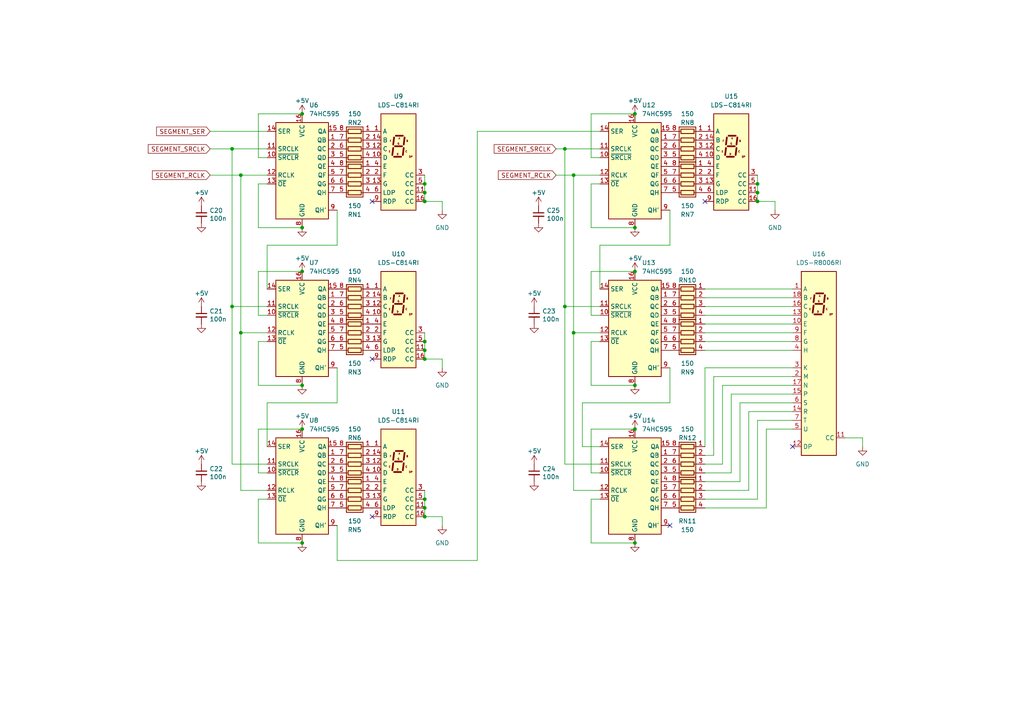
<source format=kicad_sch>
(kicad_sch (version 20211123) (generator eeschema)
  (paper "A4")
  (title_block (title "LED SEGMENT DISPLAYS AND DRIVERS"))
  (lib_symbols
    (symbol "74xx:74HC595"
      (property "Reference" "U" (at -7.62 13.97 0))
      (property "Value" "74HC595" (at -7.62 -16.51 0))
      (symbol "74HC595_1_0"
        (pin tri_state line (at 10.16 7.62 180) (length 2.54) (name "QB") (number "1"))
        (pin input line (at -10.16 2.54 0) (length 2.54) (name "~{SRCLR}") (number "10"))
        (pin input line (at -10.16 5.08 0) (length 2.54) (name "SRCLK") (number "11"))
        (pin input line (at -10.16 -2.54 0) (length 2.54) (name "RCLK") (number "12"))
        (pin input line (at -10.16 -5.08 0) (length 2.54) (name "~{OE}") (number "13"))
        (pin input line (at -10.16 10.16 0) (length 2.54) (name "SER") (number "14"))
        (pin tri_state line (at 10.16 10.16 180) (length 2.54) (name "QA") (number "15"))
        (pin power_in line (at 0 15.24 270) (length 2.54) (name "VCC") (number "16"))
        (pin tri_state line (at 10.16 5.08 180) (length 2.54) (name "QC") (number "2"))
        (pin tri_state line (at 10.16 2.54 180) (length 2.54) (name "QD") (number "3"))
        (pin tri_state line (at 10.16 0 180) (length 2.54) (name "QE") (number "4"))
        (pin tri_state line (at 10.16 -2.54 180) (length 2.54) (name "QF") (number "5"))
        (pin tri_state line (at 10.16 -5.08 180) (length 2.54) (name "QG") (number "6"))
        (pin tri_state line (at 10.16 -7.62 180) (length 2.54) (name "QH") (number "7"))
        (pin power_in line (at 0 -17.78 90) (length 2.54) (name "GND") (number "8"))
        (pin output line (at 10.16 -12.7 180) (length 2.54) (name "QH'") (number "9"))
      )
      (symbol "74HC595_1_1"
        (rectangle (start -7.62 12.7) (end 7.62 -15.24) (stroke (width 0.254)) (fill (type background)))
      )
    )
    (symbol "Device:C_Small" (pin_numbers hide) (pin_names (offset 0.254) hide)
      (property "Reference" "C" (at 0.254 1.778 0))
      (property "Value" "C_Small" (at 0.254 -2.032 0))
      (symbol "C_Small_0_1"
        (polyline (pts (xy -1.524 -0.508) (xy 1.524 -0.508)) (stroke (width 0.3302)))
        (polyline (pts (xy -1.524 0.508) (xy 1.524 0.508)) (stroke (width 0.3048)))
      )
      (symbol "C_Small_1_1"
        (pin passive line (at 0 2.54 270) (length 2.032) (name "~") (number "1"))
        (pin passive line (at 0 -2.54 90) (length 2.032) (name "~") (number "2"))
      )
    )
    (symbol "Device:R_Pack04" (pin_names (offset 0) hide)
      (property "Reference" "RN" (at -7.62 0 90))
      (property "Value" "R_Pack04" (at 5.08 0 90))
      (symbol "R_Pack04_0_1"
        (rectangle (start -6.35 -2.413) (end 3.81 2.413) (stroke (width 0.254)) (fill (type background)))
        (rectangle (start -5.715 1.905) (end -4.445 -1.905) (stroke (width 0.254)))
        (rectangle (start -3.175 1.905) (end -1.905 -1.905) (stroke (width 0.254)))
        (rectangle (start -0.635 1.905) (end 0.635 -1.905) (stroke (width 0.254)))
        (polyline (pts (xy -5.08 -2.54) (xy -5.08 -1.905)))
        (polyline (pts (xy -5.08 1.905) (xy -5.08 2.54)))
        (polyline (pts (xy -2.54 -2.54) (xy -2.54 -1.905)))
        (polyline (pts (xy -2.54 1.905) (xy -2.54 2.54)))
        (polyline (pts (xy 0 -2.54) (xy 0 -1.905)))
        (polyline (pts (xy 0 1.905) (xy 0 2.54)))
        (polyline (pts (xy 2.54 -2.54) (xy 2.54 -1.905)))
        (polyline (pts (xy 2.54 1.905) (xy 2.54 2.54)))
        (rectangle (start 1.905 1.905) (end 3.175 -1.905) (stroke (width 0.254)))
      )
      (symbol "R_Pack04_1_1"
        (pin passive line (at -5.08 -5.08 90) (length 2.54) (name "R1.1") (number "1"))
        (pin passive line (at -2.54 -5.08 90) (length 2.54) (name "R2.1") (number "2"))
        (pin passive line (at 0 -5.08 90) (length 2.54) (name "R3.1") (number "3"))
        (pin passive line (at 2.54 -5.08 90) (length 2.54) (name "R4.1") (number "4"))
        (pin passive line (at 2.54 5.08 270) (length 2.54) (name "R4.2") (number "5"))
        (pin passive line (at 0 5.08 270) (length 2.54) (name "R3.2") (number "6"))
        (pin passive line (at -2.54 5.08 270) (length 2.54) (name "R2.2") (number "7"))
        (pin passive line (at -5.08 5.08 270) (length 2.54) (name "R1.2") (number "8"))
      )
    )
    (symbol "power:+5V" (power) (pin_names (offset 0))
      (property "Value" "+5V" (at 0 3.556 0))
      (symbol "+5V_0_1"
        (polyline (pts (xy -0.762 1.27) (xy 0 2.54)))
        (polyline (pts (xy 0 0) (xy 0 2.54)))
        (polyline (pts (xy 0 2.54) (xy 0.762 1.27)))
      )
      (symbol "+5V_1_1"
        (pin power_in line (at 0 0 90) (length 0) hide (name "+5V") (number "1"))
      )
    )
    (symbol "power:GND" (power) (pin_names (offset 0))
      (property "Value" "GND" (at 0 -3.81 0))
      (symbol "GND_0_1"
        (polyline (pts (xy 0 0) (xy 0 -1.27) (xy 1.27 -1.27) (xy 0 -2.54) (xy -1.27 -1.27) (xy 0 -1.27)))
      )
      (symbol "GND_1_1"
        (pin power_in line (at 0 0 270) (length 0) hide (name "GND") (number "1"))
      )
    )
    (symbol "segment_display:LDS-C814RI"
      (property "Reference" "U" (at -2.54 13.97 0))
      (property "Value" "LDS-C814RI" (at 1.27 13.97 0))
      (symbol "LDS-C814RI_0_0"
        (text "A" (at 0.254 5.588 0) (effects (font (size 0.508 0.508))))
        (text "B" (at 2.54 4.826 0) (effects (font (size 0.508 0.508))))
        (text "C" (at 2.286 1.778 0) (effects (font (size 0.508 0.508))))
        (text "D" (at -0.254 1.016 0) (effects (font (size 0.508 0.508))))
        (text "DP" (at 3.556 0.254 0) (effects (font (size 0.508 0.508))))
        (text "E" (at -2.54 1.778 0) (effects (font (size 0.508 0.508))))
        (text "F" (at -2.286 4.826 0) (effects (font (size 0.508 0.508))))
        (text "G" (at 0 4.064 0) (effects (font (size 0.508 0.508))))
      )
      (symbol "LDS-C814RI_0_1"
        (rectangle (start -5.08 12.7) (end 5.08 -15.24) (stroke (width 0.254)) (fill (type background)))
        (polyline (pts (xy -1.524 2.794) (xy -1.778 0.762)) (stroke (width 0.508)))
        (polyline (pts (xy -1.27 0.254) (xy 0.762 0.254)) (stroke (width 0.508)))
        (polyline (pts (xy -1.27 5.842) (xy -1.524 3.81)) (stroke (width 0.508)))
        (polyline (pts (xy -1.016 3.302) (xy 1.016 3.302)) (stroke (width 0.508)))
        (polyline (pts (xy -0.762 6.35) (xy 1.27 6.35)) (stroke (width 0.508)))
        (polyline (pts (xy 1.524 2.794) (xy 1.27 0.762)) (stroke (width 0.508)))
        (polyline (pts (xy 1.778 5.842) (xy 1.524 3.81)) (stroke (width 0.508)))
        (polyline (pts (xy 2.54 0.254) (xy 2.54 0.254)) (stroke (width 0.508)))
      )
      (symbol "LDS-C814RI_1_1"
        (pin input line (at -7.62 7.62 0) (length 2.54) (name "A") (number "1"))
        (pin input line (at -7.62 0 0) (length 2.54) (name "D") (number "10"))
        (pin input line (at 7.62 -10.16 180) (length 2.54) (name "CC") (number "11"))
        (pin input line (at -7.62 2.54 0) (length 2.54) (name "C") (number "12"))
        (pin input line (at -7.62 -7.62 0) (length 2.54) (name "G") (number "13"))
        (pin input line (at -7.62 5.08 0) (length 2.54) (name "B") (number "14"))
        (pin input line (at 7.62 -12.7 180) (length 2.54) (name "CC") (number "16"))
        (pin input line (at -7.62 -5.08 0) (length 2.54) (name "F") (number "2"))
        (pin input line (at 7.62 -5.08 180) (length 2.54) (name "CC") (number "3"))
        (pin input line (at -7.62 -2.54 0) (length 2.54) (name "E") (number "4"))
        (pin input line (at 7.62 -7.62 180) (length 2.54) (name "CC") (number "5"))
        (pin input line (at -7.62 -10.16 0) (length 2.54) (name "LDP") (number "6"))
        (pin input line (at -7.62 -12.7 0) (length 2.54) (name "RDP") (number "9"))
      )
    )
    (symbol "segment_display:LDS-R8006RI"
      (property "Reference" "U" (at -2.54 13.97 0))
      (property "Value" "LDS-R8006RI" (at 1.27 13.97 0))
      (symbol "LDS-R8006RI_0_0"
        (text "A" (at 0.254 5.588 0) (effects (font (size 0.508 0.508))))
        (text "B" (at 2.54 4.826 0) (effects (font (size 0.508 0.508))))
        (text "C" (at 2.286 1.778 0) (effects (font (size 0.508 0.508))))
        (text "D" (at -0.254 1.016 0) (effects (font (size 0.508 0.508))))
        (text "DP" (at 3.556 0.254 0) (effects (font (size 0.508 0.508))))
        (text "E" (at -2.54 1.778 0) (effects (font (size 0.508 0.508))))
        (text "F" (at -2.286 4.826 0) (effects (font (size 0.508 0.508))))
        (text "G" (at 0 4.064 0) (effects (font (size 0.508 0.508))))
      )
      (symbol "LDS-R8006RI_0_1"
        (rectangle (start -5.08 12.7) (end 5.08 -40.64) (stroke (width 0.254)) (fill (type background)))
        (polyline (pts (xy -1.524 2.794) (xy -1.778 0.762)) (stroke (width 0.508)))
        (polyline (pts (xy -1.27 0.254) (xy 0.762 0.254)) (stroke (width 0.508)))
        (polyline (pts (xy -1.27 5.842) (xy -1.524 3.81)) (stroke (width 0.508)))
        (polyline (pts (xy -1.016 3.302) (xy 1.016 3.302)) (stroke (width 0.508)))
        (polyline (pts (xy -0.762 6.35) (xy 1.27 6.35)) (stroke (width 0.508)))
        (polyline (pts (xy 1.524 2.794) (xy 1.27 0.762)) (stroke (width 0.508)))
        (polyline (pts (xy 1.778 5.842) (xy 1.524 3.81)) (stroke (width 0.508)))
        (polyline (pts (xy 2.54 0.254) (xy 2.54 0.254)) (stroke (width 0.508)))
      )
      (symbol "LDS-R8006RI_1_1"
        (pin input line (at -7.62 7.62 0) (length 2.54) (name "A") (number "1"))
        (pin input line (at -7.62 -2.54 0) (length 2.54) (name "E") (number "10"))
        (pin input line (at 7.62 -35.56 180) (length 2.54) (name "CC") (number "11"))
        (pin input line (at -7.62 -38.1 0) (length 2.54) (name "DP") (number "12"))
        (pin input line (at -7.62 0 0) (length 2.54) (name "D") (number "13"))
        (pin input line (at -7.62 -27.94 0) (length 2.54) (name "R") (number "14"))
        (pin input line (at -7.62 -22.86 0) (length 2.54) (name "P") (number "15"))
        (pin input line (at -7.62 2.54 0) (length 2.54) (name "C") (number "16"))
        (pin input line (at -7.62 -20.32 0) (length 2.54) (name "N") (number "17"))
        (pin input line (at -7.62 5.08 0) (length 2.54) (name "B") (number "18"))
        (pin input line (at -7.62 -17.78 0) (length 2.54) (name "M") (number "2"))
        (pin input line (at -7.62 -15.24 0) (length 2.54) (name "K") (number "3"))
        (pin input line (at -7.62 -10.16 0) (length 2.54) (name "H") (number "4"))
        (pin input line (at -7.62 -33.02 0) (length 2.54) (name "U") (number "5"))
        (pin input line (at -7.62 -25.4 0) (length 2.54) (name "S") (number "6"))
        (pin input line (at -7.62 -30.48 0) (length 2.54) (name "T") (number "7"))
        (pin input line (at -7.62 -7.62 0) (length 2.54) (name "G") (number "8"))
        (pin input line (at -7.62 -5.08 0) (length 2.54) (name "F") (number "9"))
      )
    )
  )
  (junction (at 123.19 104.14))
  (junction (at 184.15 33.02))
  (junction (at 184.15 124.46))
  (junction (at 87.63 33.02))
  (junction (at 123.19 101.6))
  (junction (at 69.85 50.8))
  (junction (at 163.83 43.18))
  (junction (at 219.71 55.88))
  (junction (at 87.63 78.74))
  (junction (at 69.85 96.52))
  (junction (at 219.71 53.34))
  (junction (at 87.63 66.04))
  (junction (at 87.63 111.76))
  (junction (at 166.37 96.52))
  (junction (at 123.19 58.42))
  (junction (at 87.63 124.46))
  (junction (at 67.31 43.18))
  (junction (at 123.19 99.06))
  (junction (at 123.19 55.88))
  (junction (at 184.15 157.48))
  (junction (at 123.19 144.78))
  (junction (at 87.63 157.48))
  (junction (at 184.15 66.04))
  (junction (at 123.19 149.86))
  (junction (at 219.71 58.42))
  (junction (at 123.19 147.32))
  (junction (at 166.37 50.8))
  (junction (at 123.19 53.34))
  (junction (at 67.31 88.9))
  (junction (at 184.15 111.76))
  (junction (at 163.83 88.9))
  (junction (at 184.15 78.74))
  (no_connect (at 229.87 129.54))
  (no_connect (at 107.95 104.14))
  (no_connect (at 204.47 58.42))
  (no_connect (at 107.95 149.86))
  (no_connect (at 107.95 58.42))
  (no_connect (at 194.31 152.4))
  (wire (pts (xy 166.37 96.52) (xy 166.37 50.8)))
  (wire (pts (xy 123.19 55.88) (xy 123.19 58.42)))
  (wire (pts (xy 219.71 144.78) (xy 204.47 144.78)))
  (wire (pts (xy 229.87 106.68) (xy 204.47 106.68)))
  (wire (pts (xy 173.99 91.44) (xy 171.45 91.44)))
  (wire (pts (xy 74.93 33.02) (xy 87.63 33.02)))
  (wire (pts (xy 171.45 111.76) (xy 184.15 111.76)))
  (wire (pts (xy 217.17 119.38) (xy 229.87 119.38)))
  (wire (pts (xy 224.79 58.42) (xy 219.71 58.42)))
  (wire (pts (xy 171.45 99.06) (xy 171.45 111.76)))
  (wire (pts (xy 128.27 104.14) (xy 123.19 104.14)))
  (wire (pts (xy 212.09 114.3) (xy 229.87 114.3)))
  (wire (pts (xy 171.45 157.48) (xy 184.15 157.48)))
  (wire (pts (xy 69.85 96.52) (xy 69.85 50.8)))
  (wire (pts (xy 123.19 144.78) (xy 123.19 147.32)))
  (wire (pts (xy 97.79 60.96) (xy 97.79 71.12)))
  (wire (pts (xy 171.45 124.46) (xy 184.15 124.46)))
  (wire (pts (xy 204.47 132.08) (xy 207.01 132.08)))
  (wire (pts (xy 204.47 96.52) (xy 229.87 96.52)))
  (wire (pts (xy 69.85 142.24) (xy 69.85 96.52)))
  (wire (pts (xy 204.47 101.6) (xy 229.87 101.6)))
  (wire (pts (xy 77.47 144.78) (xy 74.93 144.78)))
  (wire (pts (xy 69.85 142.24) (xy 77.47 142.24)))
  (wire (pts (xy 74.93 91.44) (xy 74.93 78.74)))
  (wire (pts (xy 128.27 149.86) (xy 123.19 149.86)))
  (wire (pts (xy 67.31 43.18) (xy 77.47 43.18)))
  (wire (pts (xy 123.19 53.34) (xy 123.19 55.88)))
  (wire (pts (xy 97.79 152.4) (xy 97.79 162.56)))
  (wire (pts (xy 77.47 116.84) (xy 77.47 129.54)))
  (wire (pts (xy 173.99 71.12) (xy 173.99 83.82)))
  (wire (pts (xy 166.37 96.52) (xy 173.99 96.52)))
  (wire (pts (xy 74.93 53.34) (xy 74.93 66.04)))
  (wire (pts (xy 74.93 137.16) (xy 74.93 124.46)))
  (wire (pts (xy 123.19 147.32) (xy 123.19 149.86)))
  (wire (pts (xy 212.09 137.16) (xy 212.09 114.3)))
  (wire (pts (xy 67.31 88.9) (xy 67.31 43.18)))
  (wire (pts (xy 166.37 142.24) (xy 166.37 96.52)))
  (wire (pts (xy 77.47 91.44) (xy 74.93 91.44)))
  (wire (pts (xy 163.83 43.18) (xy 173.99 43.18)))
  (wire (pts (xy 209.55 111.76) (xy 209.55 134.62)))
  (wire (pts (xy 219.71 53.34) (xy 219.71 55.88)))
  (wire (pts (xy 222.25 124.46) (xy 229.87 124.46)))
  (wire (pts (xy 194.31 116.84) (xy 168.91 116.84)))
  (wire (pts (xy 161.29 50.8) (xy 166.37 50.8)))
  (wire (pts (xy 219.71 55.88) (xy 219.71 58.42)))
  (wire (pts (xy 128.27 60.96) (xy 128.27 58.42)))
  (wire (pts (xy 77.47 45.72) (xy 74.93 45.72)))
  (wire (pts (xy 250.19 129.54) (xy 250.19 127)))
  (wire (pts (xy 207.01 109.22) (xy 229.87 109.22)))
  (wire (pts (xy 171.45 33.02) (xy 184.15 33.02)))
  (wire (pts (xy 97.79 71.12) (xy 77.47 71.12)))
  (wire (pts (xy 194.31 106.68) (xy 194.31 116.84)))
  (wire (pts (xy 74.93 124.46) (xy 87.63 124.46)))
  (wire (pts (xy 67.31 88.9) (xy 77.47 88.9)))
  (wire (pts (xy 97.79 106.68) (xy 97.79 116.84)))
  (wire (pts (xy 138.43 38.1) (xy 173.99 38.1)))
  (wire (pts (xy 173.99 45.72) (xy 171.45 45.72)))
  (wire (pts (xy 163.83 88.9) (xy 173.99 88.9)))
  (wire (pts (xy 67.31 134.62) (xy 67.31 88.9)))
  (wire (pts (xy 161.29 43.18) (xy 163.83 43.18)))
  (wire (pts (xy 204.47 86.36) (xy 229.87 86.36)))
  (wire (pts (xy 204.47 106.68) (xy 204.47 129.54)))
  (wire (pts (xy 74.93 157.48) (xy 87.63 157.48)))
  (wire (pts (xy 123.19 96.52) (xy 123.19 99.06)))
  (wire (pts (xy 123.19 101.6) (xy 123.19 104.14)))
  (wire (pts (xy 60.96 43.18) (xy 67.31 43.18)))
  (wire (pts (xy 171.45 78.74) (xy 171.45 91.44)))
  (wire (pts (xy 74.93 99.06) (xy 74.93 111.76)))
  (wire (pts (xy 97.79 116.84) (xy 77.47 116.84)))
  (wire (pts (xy 171.45 78.74) (xy 184.15 78.74)))
  (wire (pts (xy 123.19 142.24) (xy 123.19 144.78)))
  (wire (pts (xy 173.99 142.24) (xy 166.37 142.24)))
  (wire (pts (xy 128.27 106.68) (xy 128.27 104.14)))
  (wire (pts (xy 219.71 121.92) (xy 219.71 144.78)))
  (wire (pts (xy 128.27 58.42) (xy 123.19 58.42)))
  (wire (pts (xy 204.47 91.44) (xy 229.87 91.44)))
  (wire (pts (xy 97.79 162.56) (xy 138.43 162.56)))
  (wire (pts (xy 204.47 99.06) (xy 229.87 99.06)))
  (wire (pts (xy 163.83 88.9) (xy 163.83 134.62)))
  (wire (pts (xy 67.31 134.62) (xy 77.47 134.62)))
  (wire (pts (xy 74.93 45.72) (xy 74.93 33.02)))
  (wire (pts (xy 204.47 83.82) (xy 229.87 83.82)))
  (wire (pts (xy 171.45 45.72) (xy 171.45 33.02)))
  (wire (pts (xy 204.47 88.9) (xy 229.87 88.9)))
  (wire (pts (xy 214.63 116.84) (xy 214.63 139.7)))
  (wire (pts (xy 69.85 96.52) (xy 77.47 96.52)))
  (wire (pts (xy 207.01 132.08) (xy 207.01 109.22)))
  (wire (pts (xy 171.45 137.16) (xy 171.45 124.46)))
  (wire (pts (xy 204.47 147.32) (xy 222.25 147.32)))
  (wire (pts (xy 69.85 50.8) (xy 77.47 50.8)))
  (wire (pts (xy 194.31 60.96) (xy 194.31 71.12)))
  (wire (pts (xy 123.19 99.06) (xy 123.19 101.6)))
  (wire (pts (xy 204.47 137.16) (xy 212.09 137.16)))
  (wire (pts (xy 171.45 144.78) (xy 171.45 157.48)))
  (wire (pts (xy 77.47 99.06) (xy 74.93 99.06)))
  (wire (pts (xy 250.19 127) (xy 245.11 127)))
  (wire (pts (xy 74.93 78.74) (xy 87.63 78.74)))
  (wire (pts (xy 168.91 129.54) (xy 173.99 129.54)))
  (wire (pts (xy 173.99 53.34) (xy 171.45 53.34)))
  (wire (pts (xy 168.91 116.84) (xy 168.91 129.54)))
  (wire (pts (xy 204.47 93.98) (xy 229.87 93.98)))
  (wire (pts (xy 128.27 152.4) (xy 128.27 149.86)))
  (wire (pts (xy 173.99 137.16) (xy 171.45 137.16)))
  (wire (pts (xy 60.96 38.1) (xy 77.47 38.1)))
  (wire (pts (xy 229.87 111.76) (xy 209.55 111.76)))
  (wire (pts (xy 60.96 50.8) (xy 69.85 50.8)))
  (wire (pts (xy 214.63 139.7) (xy 204.47 139.7)))
  (wire (pts (xy 173.99 144.78) (xy 171.45 144.78)))
  (wire (pts (xy 77.47 71.12) (xy 77.47 83.82)))
  (wire (pts (xy 171.45 53.34) (xy 171.45 66.04)))
  (wire (pts (xy 123.19 50.8) (xy 123.19 53.34)))
  (wire (pts (xy 224.79 60.96) (xy 224.79 58.42)))
  (wire (pts (xy 222.25 147.32) (xy 222.25 124.46)))
  (wire (pts (xy 173.99 99.06) (xy 171.45 99.06)))
  (wire (pts (xy 163.83 134.62) (xy 173.99 134.62)))
  (wire (pts (xy 219.71 50.8) (xy 219.71 53.34)))
  (wire (pts (xy 166.37 50.8) (xy 173.99 50.8)))
  (wire (pts (xy 229.87 116.84) (xy 214.63 116.84)))
  (wire (pts (xy 194.31 71.12) (xy 173.99 71.12)))
  (wire (pts (xy 77.47 53.34) (xy 74.93 53.34)))
  (wire (pts (xy 138.43 162.56) (xy 138.43 38.1)))
  (wire (pts (xy 229.87 121.92) (xy 219.71 121.92)))
  (wire (pts (xy 77.47 137.16) (xy 74.93 137.16)))
  (wire (pts (xy 74.93 111.76) (xy 87.63 111.76)))
  (wire (pts (xy 163.83 88.9) (xy 163.83 43.18)))
  (wire (pts (xy 74.93 144.78) (xy 74.93 157.48)))
  (wire (pts (xy 204.47 142.24) (xy 217.17 142.24)))
  (wire (pts (xy 209.55 134.62) (xy 204.47 134.62)))
  (wire (pts (xy 74.93 66.04) (xy 87.63 66.04)))
  (wire (pts (xy 171.45 66.04) (xy 184.15 66.04)))
  (wire (pts (xy 217.17 142.24) (xy 217.17 119.38)))
  (global_label "SEGMENT_SRCLK" (shape input) (at 161.29 43.18 180) (property "Intersheet References" "${INTERSHEET_REFS}" (effects hide)))
  (global_label "SEGMENT_RCLK" (shape input) (at 161.29 50.8 180) (property "Intersheet References" "${INTERSHEET_REFS}" (effects hide)))
  (global_label "SEGMENT_SRCLK" (shape input) (at 60.96 43.18 180) (property "Intersheet References" "${INTERSHEET_REFS}" (effects hide)))
  (global_label "SEGMENT_SER" (shape input) (at 60.96 38.1 180) (property "Intersheet References" "${INTERSHEET_REFS}" (effects hide)))
  (global_label "SEGMENT_RCLK" (shape input) (at 60.96 50.8 180) (property "Intersheet References" "${INTERSHEET_REFS}" (effects hide)))
  (symbol (lib_id "Device:R_Pack04") (at 199.39 134.62 90) (mirror x) (unit 1)
    (property "Reference" "RN12" (at 199.39 127 90))
    (property "Value" "150" (at 199.39 124.46 90))
    (property "Footprint" "Resistor_SMD:R_Array_Convex_4x0603" (effects hide))
    (property "LCSC" "C102650" (effects hide))
  )
  (symbol (lib_id "segment_display:LDS-C814RI") (at 115.57 91.44 0) (unit 1)
    (property "Reference" "U10" (at 115.57 73.66 0))
    (property "Value" "LDS-C814RI" (at 115.57 76.2 0))
    (property "Footprint" "segment_display:LDS-C814RI" (effects hide))
    (property "Datasheet" "https://www.mouser.com/datasheet/2/244/LUMX_S_A0001418642_1-2551748.pdf" (effects hide))
  )
  (symbol (lib_id "power:GND") (at 87.63 111.76 0) (unit 1)
    (property "Reference" "#PWR050" (effects hide))
    (property "Value" "GND" (effects hide))
  )
  (symbol (lib_id "Device:R_Pack04") (at 199.39 144.78 90) (mirror x) (unit 1)
    (property "Reference" "RN11" (at 199.39 151.13 90))
    (property "Value" "150" (at 199.39 153.67 90))
    (property "Footprint" "Resistor_SMD:R_Array_Convex_4x0603" (effects hide))
    (property "LCSC" "C102650" (effects hide))
  )
  (symbol (lib_id "Device:R_Pack04") (at 102.87 43.18 90) (mirror x) (unit 1)
    (property "Reference" "RN2" (at 102.87 35.56 90))
    (property "Value" "150" (at 102.87 33.02 90))
    (property "Footprint" "Resistor_SMD:R_Array_Convex_4x0603" (effects hide))
    (property "LCSC" "C102650" (effects hide))
  )
  (symbol (lib_id "74xx:74HC595") (at 87.63 48.26 0) (unit 1)
    (property "Reference" "U6" (at 89.6494 30.48 0) (effects (justify left)))
    (property "Value" "74HC595" (at 89.6494 33.02 0) (effects (justify left)))
    (property "Footprint" "Package_SO:SOIC-16_3.9x9.9mm_P1.27mm" (effects hide))
    (property "Datasheet" "http://www.ti.com/lit/ds/symlink/sn74hc595.pdf" (effects hide))
    (property "LCSC" "C5947" (effects hide))
  )
  (symbol (lib_id "segment_display:LDS-C814RI") (at 115.57 45.72 0) (unit 1)
    (property "Reference" "U9" (at 115.57 27.94 0))
    (property "Value" "LDS-C814RI" (at 115.57 30.48 0))
    (property "Footprint" "segment_display:LDS-C814RI" (effects hide))
    (property "Datasheet" "https://www.mouser.com/datasheet/2/244/LUMX_S_A0001418642_1-2551748.pdf" (effects hide))
  )
  (symbol (lib_id "Device:C_Small") (at 154.94 91.44 0) (unit 1)
    (property "Reference" "C23" (at 157.2768 90.2716 0) (effects (justify left)))
    (property "Value" "100n" (at 157.2768 92.583 0) (effects (justify left)))
    (property "Footprint" "Capacitor_SMD:C_0402_1005Metric" (effects hide))
    (property "LCSC" "C307331" (effects hide))
  )
  (symbol (lib_id "power:GND") (at 128.27 106.68 0) (unit 1)
    (property "Reference" "#PWR054" (effects hide))
    (property "Value" "GND" (at 128.27 111.76 0))
  )
  (symbol (lib_id "74xx:74HC595") (at 184.15 48.26 0) (unit 1)
    (property "Reference" "U12" (at 186.1694 30.48 0) (effects (justify left)))
    (property "Value" "74HC595" (at 186.1694 33.02 0) (effects (justify left)))
    (property "Footprint" "Package_SO:SOIC-16_3.9x9.9mm_P1.27mm" (effects hide))
    (property "Datasheet" "http://www.ti.com/lit/ds/symlink/sn74hc595.pdf" (effects hide))
    (property "LCSC" "C5947" (effects hide))
  )
  (symbol (lib_id "power:GND") (at 156.21 64.77 0) (unit 1)
    (property "Reference" "#PWR061" (effects hide))
    (property "Value" "GND" (effects hide))
  )
  (symbol (lib_id "segment_display:LDS-C814RI") (at 212.09 45.72 0) (unit 1)
    (property "Reference" "U15" (at 212.09 27.94 0))
    (property "Value" "LDS-C814RI" (at 212.09 30.48 0))
    (property "Footprint" "segment_display:LDS-C814RI" (effects hide))
    (property "Datasheet" "https://www.mouser.com/datasheet/2/244/LUMX_S_A0001418642_1-2551748.pdf" (effects hide))
  )
  (symbol (lib_id "power:+5V") (at 154.94 88.9 0) (unit 1)
    (property "Reference" "#PWR056" (effects hide))
    (property "Value" "+5V" (at 154.94 85.09 0))
  )
  (symbol (lib_id "power:+5V") (at 154.94 134.62 0) (unit 1)
    (property "Reference" "#PWR058" (effects hide))
    (property "Value" "+5V" (at 154.94 130.81 0))
  )
  (symbol (lib_id "power:GND") (at 128.27 60.96 0) (unit 1)
    (property "Reference" "#PWR053" (effects hide))
    (property "Value" "GND" (at 128.27 66.04 0))
  )
  (symbol (lib_id "power:GND") (at 154.94 139.7 0) (unit 1)
    (property "Reference" "#PWR059" (effects hide))
    (property "Value" "GND" (effects hide))
  )
  (symbol (lib_id "power:GND") (at 128.27 152.4 0) (unit 1)
    (property "Reference" "#PWR055" (effects hide))
    (property "Value" "GND" (at 128.27 157.48 0))
  )
  (symbol (lib_id "Device:R_Pack04") (at 199.39 43.18 90) (mirror x) (unit 1)
    (property "Reference" "RN8" (at 199.39 35.56 90))
    (property "Value" "150" (at 199.39 33.02 90))
    (property "Footprint" "Resistor_SMD:R_Array_Convex_4x0603" (effects hide))
    (property "LCSC" "C102650" (effects hide))
  )
  (symbol (lib_id "74xx:74HC595") (at 184.15 93.98 0) (unit 1)
    (property "Reference" "U13" (at 186.1694 76.2 0) (effects (justify left)))
    (property "Value" "74HC595" (at 186.1694 78.74 0) (effects (justify left)))
    (property "Footprint" "Package_SO:SOIC-16_3.9x9.9mm_P1.27mm" (effects hide))
    (property "Datasheet" "http://www.ti.com/lit/ds/symlink/sn74hc595.pdf" (effects hide))
    (property "LCSC" "C5947" (effects hide))
  )
  (symbol (lib_id "74xx:74HC595") (at 184.15 139.7 0) (unit 1)
    (property "Reference" "U14" (at 186.1694 121.92 0) (effects (justify left)))
    (property "Value" "74HC595" (at 186.1694 124.46 0) (effects (justify left)))
    (property "Footprint" "Package_SO:SOIC-16_3.9x9.9mm_P1.27mm" (effects hide))
    (property "Datasheet" "http://www.ti.com/lit/ds/symlink/sn74hc595.pdf" (effects hide))
    (property "LCSC" "C5947" (effects hide))
  )
  (symbol (lib_id "power:+5V") (at 58.42 59.69 0) (unit 1)
    (property "Reference" "#PWR041" (effects hide))
    (property "Value" "+5V" (at 58.42 55.88 0))
  )
  (symbol (lib_id "power:GND") (at 58.42 64.77 0) (unit 1)
    (property "Reference" "#PWR042" (effects hide))
    (property "Value" "GND" (effects hide))
  )
  (symbol (lib_id "power:GND") (at 87.63 157.48 0) (unit 1)
    (property "Reference" "#PWR052" (effects hide))
    (property "Value" "GND" (effects hide))
  )
  (symbol (lib_id "Device:R_Pack04") (at 199.39 99.06 90) (mirror x) (unit 1)
    (property "Reference" "RN9" (at 199.39 107.95 90))
    (property "Value" "150" (at 199.39 105.41 90))
    (property "Footprint" "Resistor_SMD:R_Array_Convex_4x0603" (effects hide))
    (property "LCSC" "C102650" (effects hide))
  )
  (symbol (lib_id "Device:C_Small") (at 154.94 137.16 0) (unit 1)
    (property "Reference" "C24" (at 157.2768 135.9916 0) (effects (justify left)))
    (property "Value" "100n" (at 157.2768 138.303 0) (effects (justify left)))
    (property "Footprint" "Capacitor_SMD:C_0402_1005Metric" (effects hide))
    (property "LCSC" "C307331" (effects hide))
  )
  (symbol (lib_id "power:GND") (at 224.79 60.96 0) (unit 1)
    (property "Reference" "#PWR068" (effects hide))
    (property "Value" "GND" (at 224.79 66.04 0))
  )
  (symbol (lib_id "Device:C_Small") (at 58.42 91.44 0) (unit 1)
    (property "Reference" "C21" (at 60.7568 90.2716 0) (effects (justify left)))
    (property "Value" "100n" (at 60.7568 92.583 0) (effects (justify left)))
    (property "Footprint" "Capacitor_SMD:C_0402_1005Metric" (effects hide))
    (property "LCSC" "C307331" (effects hide))
  )
  (symbol (lib_id "power:GND") (at 184.15 157.48 0) (unit 1)
    (property "Reference" "#PWR067" (effects hide))
    (property "Value" "GND" (effects hide))
  )
  (symbol (lib_id "Device:C_Small") (at 156.21 62.23 0) (unit 1)
    (property "Reference" "C25" (at 158.5468 61.0616 0) (effects (justify left)))
    (property "Value" "100n" (at 158.5468 63.373 0) (effects (justify left)))
    (property "Footprint" "Capacitor_SMD:C_0402_1005Metric" (effects hide))
    (property "LCSC" "C307331" (effects hide))
  )
  (symbol (lib_id "power:+5V") (at 156.21 59.69 0) (unit 1)
    (property "Reference" "#PWR060" (effects hide))
    (property "Value" "+5V" (at 156.21 55.88 0))
  )
  (symbol (lib_id "power:+5V") (at 87.63 124.46 0) (unit 1)
    (property "Reference" "#PWR051" (effects hide))
    (property "Value" "+5V" (at 87.63 120.65 0))
  )
  (symbol (lib_id "Device:C_Small") (at 58.42 137.16 0) (unit 1)
    (property "Reference" "C22" (at 60.7568 135.9916 0) (effects (justify left)))
    (property "Value" "100n" (at 60.7568 138.303 0) (effects (justify left)))
    (property "Footprint" "Capacitor_SMD:C_0402_1005Metric" (effects hide))
    (property "LCSC" "C307331" (effects hide))
  )
  (symbol (lib_id "power:GND") (at 58.42 139.7 0) (unit 1)
    (property "Reference" "#PWR046" (effects hide))
    (property "Value" "GND" (effects hide))
  )
  (symbol (lib_id "power:GND") (at 250.19 129.54 0) (unit 1)
    (property "Reference" "#PWR069" (effects hide))
    (property "Value" "GND" (at 250.19 134.62 0))
  )
  (symbol (lib_id "power:+5V") (at 87.63 33.02 0) (unit 1)
    (property "Reference" "#PWR047" (effects hide))
    (property "Value" "+5V" (at 87.63 29.21 0))
  )
  (symbol (lib_id "power:GND") (at 184.15 111.76 0) (unit 1)
    (property "Reference" "#PWR065" (effects hide))
    (property "Value" "GND" (effects hide))
  )
  (symbol (lib_id "Device:R_Pack04") (at 102.87 53.34 90) (mirror x) (unit 1)
    (property "Reference" "RN1" (at 102.87 62.23 90))
    (property "Value" "150" (at 102.87 59.69 90))
    (property "Footprint" "Resistor_SMD:R_Array_Convex_4x0603" (effects hide))
    (property "LCSC" "C102650" (effects hide))
  )
  (symbol (lib_id "74xx:74HC595") (at 87.63 139.7 0) (unit 1)
    (property "Reference" "U8" (at 89.6494 121.92 0) (effects (justify left)))
    (property "Value" "74HC595" (at 89.6494 124.46 0) (effects (justify left)))
    (property "Footprint" "Package_SO:SOIC-16_3.9x9.9mm_P1.27mm" (effects hide))
    (property "Datasheet" "http://www.ti.com/lit/ds/symlink/sn74hc595.pdf" (effects hide))
    (property "LCSC" "C5947" (effects hide))
  )
  (symbol (lib_id "74xx:74HC595") (at 87.63 93.98 0) (unit 1)
    (property "Reference" "U7" (at 89.6494 76.2 0) (effects (justify left)))
    (property "Value" "74HC595" (at 89.6494 78.74 0) (effects (justify left)))
    (property "Footprint" "Package_SO:SOIC-16_3.9x9.9mm_P1.27mm" (effects hide))
    (property "Datasheet" "http://www.ti.com/lit/ds/symlink/sn74hc595.pdf" (effects hide))
    (property "LCSC" "C5947" (effects hide))
  )
  (symbol (lib_id "Device:R_Pack04") (at 102.87 99.06 90) (mirror x) (unit 1)
    (property "Reference" "RN3" (at 102.87 107.95 90))
    (property "Value" "150" (at 102.87 105.41 90))
    (property "Footprint" "Resistor_SMD:R_Array_Convex_4x0603" (effects hide))
    (property "LCSC" "C102650" (effects hide))
  )
  (symbol (lib_id "power:+5V") (at 58.42 88.9 0) (unit 1)
    (property "Reference" "#PWR043" (effects hide))
    (property "Value" "+5V" (at 58.42 85.09 0))
  )
  (symbol (lib_id "power:GND") (at 87.63 66.04 0) (unit 1)
    (property "Reference" "#PWR048" (effects hide))
    (property "Value" "GND" (effects hide))
  )
  (symbol (lib_id "power:+5V") (at 184.15 124.46 0) (unit 1)
    (property "Reference" "#PWR066" (effects hide))
    (property "Value" "+5V" (at 184.15 120.65 0))
  )
  (symbol (lib_id "Device:R_Pack04") (at 102.87 134.62 90) (mirror x) (unit 1)
    (property "Reference" "RN6" (at 102.87 127 90))
    (property "Value" "150" (at 102.87 124.46 90))
    (property "Footprint" "Resistor_SMD:R_Array_Convex_4x0603" (effects hide))
    (property "LCSC" "C102650" (effects hide))
  )
  (symbol (lib_id "Device:R_Pack04") (at 102.87 88.9 90) (mirror x) (unit 1)
    (property "Reference" "RN4" (at 102.87 81.28 90))
    (property "Value" "150" (at 102.87 78.74 90))
    (property "Footprint" "Resistor_SMD:R_Array_Convex_4x0603" (effects hide))
    (property "LCSC" "C102650" (effects hide))
  )
  (symbol (lib_id "Device:R_Pack04") (at 102.87 144.78 90) (mirror x) (unit 1)
    (property "Reference" "RN5" (at 102.87 153.67 90))
    (property "Value" "150" (at 102.87 151.13 90))
    (property "Footprint" "Resistor_SMD:R_Array_Convex_4x0603" (effects hide))
    (property "LCSC" "C102650" (effects hide))
  )
  (symbol (lib_id "Device:C_Small") (at 58.42 62.23 0) (unit 1)
    (property "Reference" "C20" (at 60.7568 61.0616 0) (effects (justify left)))
    (property "Value" "100n" (at 60.7568 63.373 0) (effects (justify left)))
    (property "Footprint" "Capacitor_SMD:C_0402_1005Metric" (effects hide))
    (property "LCSC" "C307331" (effects hide))
  )
  (symbol (lib_id "power:GND") (at 184.15 66.04 0) (unit 1)
    (property "Reference" "#PWR063" (effects hide))
    (property "Value" "GND" (effects hide))
  )
  (symbol (lib_id "segment_display:LDS-C814RI") (at 115.57 137.16 0) (unit 1)
    (property "Reference" "U11" (at 115.57 119.38 0))
    (property "Value" "LDS-C814RI" (at 115.57 121.92 0))
    (property "Footprint" "segment_display:LDS-C814RI" (effects hide))
    (property "Datasheet" "https://www.mouser.com/datasheet/2/244/LUMX_S_A0001418642_1-2551748.pdf" (effects hide))
  )
  (symbol (lib_id "power:+5V") (at 184.15 33.02 0) (unit 1)
    (property "Reference" "#PWR062" (effects hide))
    (property "Value" "+5V" (at 184.15 29.21 0))
  )
  (symbol (lib_id "Device:R_Pack04") (at 199.39 53.34 90) (mirror x) (unit 1)
    (property "Reference" "RN7" (at 199.39 62.23 90))
    (property "Value" "150" (at 199.39 59.69 90))
    (property "Footprint" "Resistor_SMD:R_Array_Convex_4x0603" (effects hide))
    (property "LCSC" "C102650" (effects hide))
  )
  (symbol (lib_id "Device:R_Pack04") (at 199.39 88.9 90) (mirror x) (unit 1)
    (property "Reference" "RN10" (at 199.39 81.28 90))
    (property "Value" "150" (at 199.39 78.74 90))
    (property "Footprint" "Resistor_SMD:R_Array_Convex_4x0603" (effects hide))
    (property "LCSC" "C102650" (effects hide))
  )
  (symbol (lib_id "power:+5V") (at 87.63 78.74 0) (unit 1)
    (property "Reference" "#PWR049" (effects hide))
    (property "Value" "+5V" (at 87.63 74.93 0))
  )
  (symbol (lib_id "segment_display:LDS-R8006RI") (at 237.49 91.44 0) (unit 1)
    (property "Reference" "U16" (at 237.49 73.66 0))
    (property "Value" "LDS-R8006RI" (at 237.49 76.2 0))
    (property "Footprint" "segment_display:LDS-R8006RI" (effects hide))
    (property "Datasheet" "https://www.mouser.com/datasheet/2/244/LUMX_S_A0001418642_1-2551748.pdf" (effects hide))
  )
  (symbol (lib_id "power:GND") (at 58.42 93.98 0) (unit 1)
    (property "Reference" "#PWR044" (effects hide))
    (property "Value" "GND" (effects hide))
  )
  (symbol (lib_id "power:+5V") (at 58.42 134.62 0) (unit 1)
    (property "Reference" "#PWR045" (effects hide))
    (property "Value" "+5V" (at 58.42 130.81 0))
  )
  (symbol (lib_id "power:GND") (at 154.94 93.98 0) (unit 1)
    (property "Reference" "#PWR057" (effects hide))
    (property "Value" "GND" (effects hide))
  )
  (symbol (lib_id "power:+5V") (at 184.15 78.74 0) (unit 1)
    (property "Reference" "#PWR064" (effects hide))
    (property "Value" "+5V" (at 184.15 74.93 0))
  )
)
</source>
